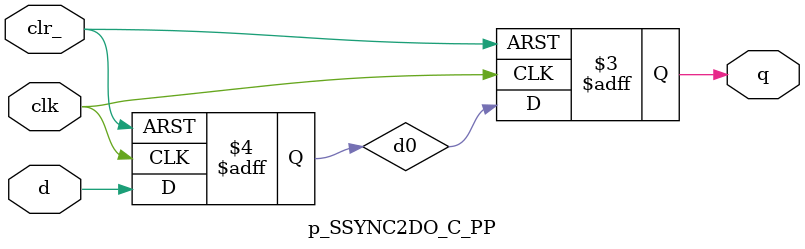
<source format=v>


module  p_SSYNC2DO_C_PP (
	 clk
	,d
	,clr_
	,q
	);

	//---------------------------------------
	//IO DECLARATIONS

input	 clk ;
input	 d ;
input	 clr_ ;
output	 q ;

reg q,d0;

always @(posedge clk or negedge clr_)
begin
    if(~clr_)
        {q,d0} <= 2'd0;
    else
        {q,d0} <= {d0,d};
end


endmodule

</source>
